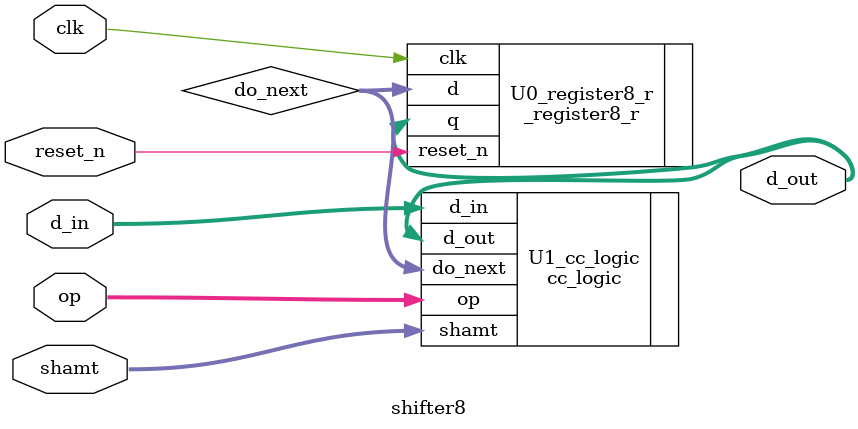
<source format=v>
module shifter8(clk, reset_n, op, shamt, d_in, d_out);		//shifter8
	input				clk, reset_n;		// 2 inputs
	input	 [2:0]	op;					// 3bits input op
	input  [1:0]	shamt;				// 2bits input shamt
	input  [7:0]	d_in;					// 8bits input d_in
	output [7:0]	d_out;				// 8bits output d_out
	
	wire	[7:0]	do_next;					// 8bits wire do_next
	
	_register8_r U0_register8_r(.clk(clk), .reset_n(reset_n), .d(do_next), .q(d_out));					// instance by using _register8_r and cc_logic
	cc_logic U1_cc_logic(.op(op), .shamt(shamt), .d_in(d_in), .d_out(d_out), .do_next(do_next));
endmodule

</source>
